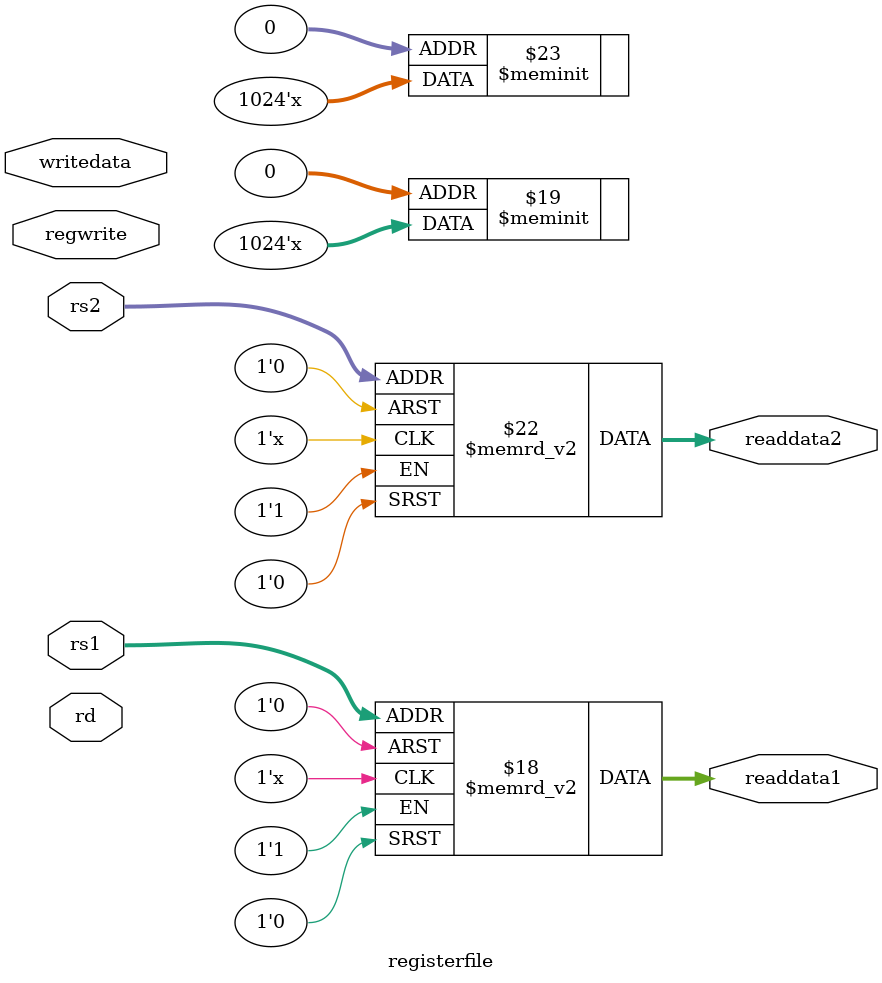
<source format=v>
module registerfile(rs1, rs2, rd, writedata, regwrite, readdata1, readdata2);

    input [4:0] rs1, rs2, rd;
    input [31:0] writedata;
    input regwrite;

    output reg [31:0] readdata1, readdata2;

    reg [31:0] regfile [0:31];
    
    always @ (rs1, rs2, rd, writedata, regwrite)
        begin
          if (regwrite == 1) // rd = 0 shouldn't be written
            begin
              regfile[rd] <= writedata;
            end

          readdata1 <= regfile[rs1];
          readdata2 <= regfile[rs2];

        end

endmodule
</source>
